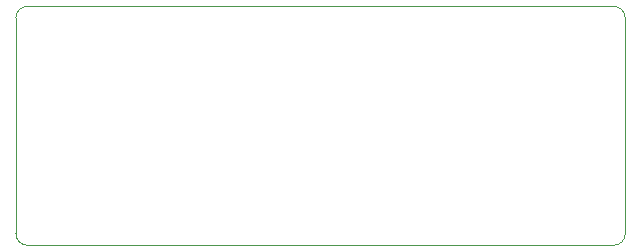
<source format=gbr>
%TF.GenerationSoftware,KiCad,Pcbnew,7.0.2*%
%TF.CreationDate,2023-06-20T04:44:58+07:00*%
%TF.ProjectId,STM32L431RCT6_prototype_board,53544d33-324c-4343-9331-524354365f70,rev?*%
%TF.SameCoordinates,Original*%
%TF.FileFunction,Profile,NP*%
%FSLAX46Y46*%
G04 Gerber Fmt 4.6, Leading zero omitted, Abs format (unit mm)*
G04 Created by KiCad (PCBNEW 7.0.2) date 2023-06-20 04:44:58*
%MOMM*%
%LPD*%
G01*
G04 APERTURE LIST*
%TA.AperFunction,Profile*%
%ADD10C,0.100000*%
%TD*%
G04 APERTURE END LIST*
D10*
X157300000Y-71500000D02*
G75*
G03*
X158300000Y-72500000I1000000J0D01*
G01*
X158300000Y-52250000D02*
X207900000Y-52250000D01*
X208900000Y-53250000D02*
X208900000Y-71500000D01*
X207900000Y-72500000D02*
G75*
G03*
X208900000Y-71500000I0J1000000D01*
G01*
X208900000Y-53250000D02*
G75*
G03*
X207900000Y-52250000I-1000000J0D01*
G01*
X157300000Y-71500000D02*
X157300000Y-53250000D01*
X207900000Y-72500000D02*
X158300000Y-72500000D01*
X158300000Y-52250000D02*
G75*
G03*
X157300000Y-53250000I0J-1000000D01*
G01*
M02*

</source>
